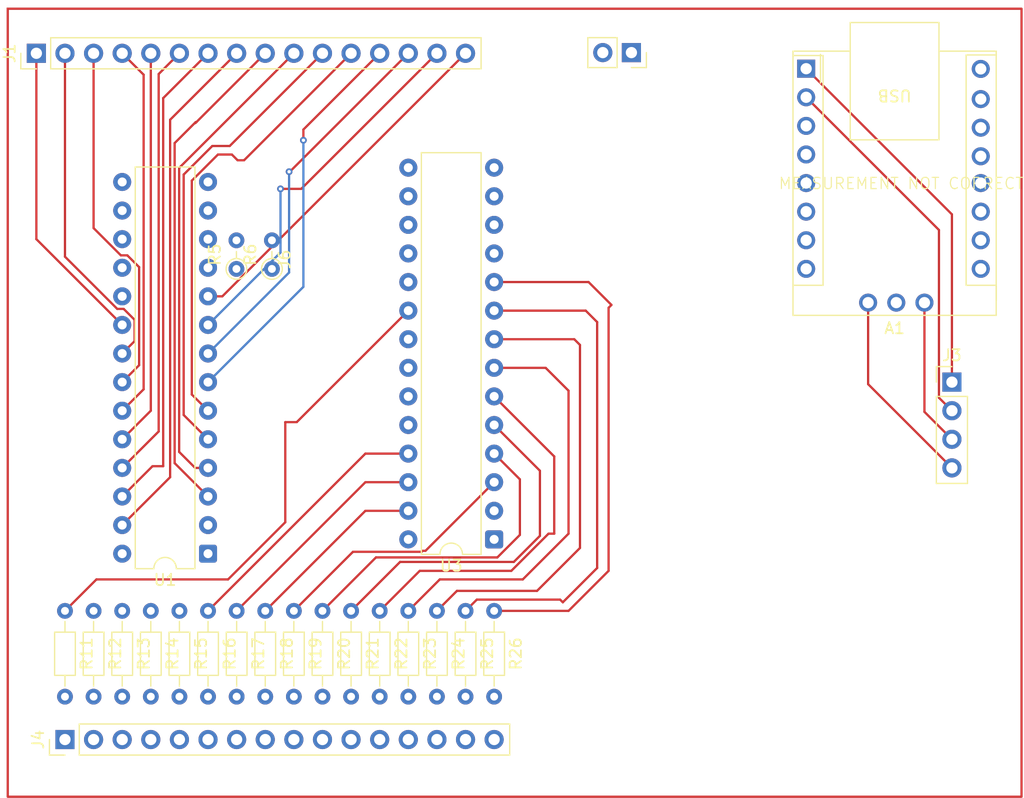
<source format=kicad_pcb>
(kicad_pcb (version 20241229) (generator "pcbnew") (generator_version "9.0")
  (layers (0 "F.Cu" signal) (2 "B.Cu" signal) (13 "F.Paste" user) (15 "B.Paste" user) (5 "F.SilkS" user "F.Silkscreen") (7 "B.SilkS" user "B.Silkscreen") (1 "F.Mask" user) (3 "B.Mask" user) (25 "Edge.Cuts" user))
  (net 0 "")
  (net 5 "/MCU_INPUT_INT")
  (net 6 "GND")
  (net 8 "/SCL")
  (net 14 "/SDA")
  (net 20 "/B7")
  (net 21 "/B12")
  (net 22 "+5V")
  (net 23 "/B14")
  (net 24 "/B11")
  (net 25 "/B0")
  (net 26 "/B15")
  (net 27 "/B8")
  (net 28 "/B1")
  (net 29 "/B9")
  (net 30 "/B2")
  (net 31 "/B5")
  (net 32 "/B4")
  (net 33 "/B6")
  (net 34 "/B3")
  (net 35 "/B13")
  (net 36 "/B10")
  (net 37 "/L10")
  (net 38 "/L5")
  (net 39 "/L15")
  (net 40 "/L2")
  (net 41 "/L0")
  (net 42 "/L6")
  (net 43 "/L9")
  (net 44 "/L8")
  (net 45 "/L14")
  (net 46 "/L12")
  (net 47 "/L3")
  (net 48 "/L4")
  (net 49 "/L7")
  (net 50 "/L13")
  (net 51 "/L11")
  (net 52 "/L1")
  (net 54 "Net-(J3-Pin_3)")
  (net 55 "Net-(J3-Pin_4)")
  (net 56 "Net-(J4-Pin_5)")
  (net 57 "Net-(J4-Pin_14)")
  (net 58 "Net-(J4-Pin_4)")
  (net 59 "Net-(J4-Pin_1)")
  (net 60 "Net-(J4-Pin_8)")
  (net 61 "Net-(J4-Pin_9)")
  (net 62 "Net-(J4-Pin_15)")
  (net 63 "Net-(J4-Pin_6)")
  (net 64 "Net-(J4-Pin_12)")
  (net 65 "Net-(J4-Pin_13)")
  (net 66 "Net-(J4-Pin_7)")
  (net 67 "Net-(J4-Pin_2)")
  (net 68 "Net-(J4-Pin_16)")
  (net 69 "Net-(J4-Pin_11)")
  (net 70 "Net-(J4-Pin_10)")
  (net 71 "Net-(J4-Pin_3)")
  (footprint "Resistor_THT:R_Axial_DIN0204_L3.6mm_D1.6mm_P7.62mm_Horizontal" (layer "F.Cu") (at 207.688 89.558 -90)
    (property "Reference" "R22" (at 3.81 -1.92 90) (layer "F.SilkS"))
    (property "Value" "R")
    (fp_line (start 0.94 0) (end 1.89 0) (stroke (width 0.12)) (layer "F.SilkS"))
    (fp_line (start 6.68 0) (end 5.73 0) (stroke (width 0.12)) (layer "F.SilkS"))
    (fp_rect (start 1.89 -0.92) (end 5.73 0.92) (stroke (width 0.12)) (fill no) (layer "F.SilkS"))
    (pad "1" thru_hole circle (at 0 0 270) (size 1.4 1.4) (drill 0.7) (layers "*.Cu" "*.Mask") (net 51 "/L11"))
    (pad "2" thru_hole circle (at 7.62 0 270) (size 1.4 1.4) (drill 0.7) (layers "*.Cu" "*.Mask") (net 64 "Net-(J4-Pin_12)"))
  )
  (footprint "Package_DIP:DIP-28_W7.62mm" (layer "F.Cu") (at 192.448 84.478 180)
    (property "Reference" "U1" (at 3.81 -2.33 0) (layer "F.SilkS"))
    (property "Value" "MCP23018x-x-SP")
    (fp_line (start 6.46 34.35) (end 6.46 -1.33) (stroke (width 0.12)) (layer "F.SilkS"))
    (fp_line (start 6.46 -1.33) (end 4.81 -1.33) (stroke (width 0.12)) (layer "F.SilkS"))
    (fp_line (start 2.81 -1.33) (end 1.16 -1.33) (stroke (width 0.12)) (layer "F.SilkS"))
    (fp_line (start 1.16 34.35) (end 6.46 34.35) (stroke (width 0.12)) (layer "F.SilkS"))
    (fp_line (start 1.16 -1.33) (end 1.16 34.35) (stroke (width 0.12)) (layer "F.SilkS"))
    (fp_arc (start 4.81 -1.33) (mid 3.81 -0.33) (end 2.81 -1.33) (stroke (width 0.12)) (layer "F.SilkS"))
    (pad "1" thru_hole roundrect (at 0 0 180) (size 1.6 1.6) (drill 0.8) (layers "*.Cu" "*.Mask") (roundrect_rratio 0.15625) (net 6 "GND"))
    (pad "2" thru_hole circle (at 0 2.54 180) (size 1.6 1.6) (drill 0.8) (layers "*.Cu" "*.Mask"))
    (pad "3" thru_hole circle (at 0 5.08 180) (size 1.6 1.6) (drill 0.8) (layers "*.Cu" "*.Mask") (net 27 "/B8"))
    (pad "4" thru_hole circle (at 0 7.62 180) (size 1.6 1.6) (drill 0.8) (layers "*.Cu" "*.Mask") (net 29 "/B9"))
    (pad "5" thru_hole circle (at 0 10.16 180) (size 1.6 1.6) (drill 0.8) (layers "*.Cu" "*.Mask") (net 36 "/B10"))
    (pad "6" thru_hole circle (at 0 12.7 180) (size 1.6 1.6) (drill 0.8) (layers "*.Cu" "*.Mask") (net 24 "/B11"))
    (pad "7" thru_hole circle (at 0 15.24 180) (size 1.6 1.6) (drill 0.8) (layers "*.Cu" "*.Mask") (net 21 "/B12"))
    (pad "8" thru_hole circle (at 0 17.78 180) (size 1.6 1.6) (drill 0.8) (layers "*.Cu" "*.Mask") (net 35 "/B13"))
    (pad "9" thru_hole circle (at 0 20.32 180) (size 1.6 1.6) (drill 0.8) (layers "*.Cu" "*.Mask") (net 23 "/B14"))
    (pad "10" thru_hole circle (at 0 22.86 180) (size 1.6 1.6) (drill 0.8) (layers "*.Cu" "*.Mask") (net 26 "/B15"))
    (pad "11" thru_hole circle (at 0 25.4 180) (size 1.6 1.6) (drill 0.8) (layers "*.Cu" "*.Mask") (net 22 "+5V"))
    (pad "12" thru_hole circle (at 0 27.94 180) (size 1.6 1.6) (drill 0.8) (layers "*.Cu" "*.Mask") (net 8 "/SCL"))
    (pad "13" thru_hole circle (at 0 30.48 180) (size 1.6 1.6) (drill 0.8) (layers "*.Cu" "*.Mask") (net 14 "/SDA"))
    (pad "14" thru_hole circle (at 0 33.02 180) (size 1.6 1.6) (drill 0.8) (layers "*.Cu" "*.Mask"))
    (pad "15" thru_hole circle (at 7.62 33.02 180) (size 1.6 1.6) (drill 0.8) (layers "*.Cu" "*.Mask") (net 6 "GND"))
    (pad "16" thru_hole circle (at 7.62 30.48 180) (size 1.6 1.6) (drill 0.8) (layers "*.Cu" "*.Mask") (net 22 "+5V"))
    (pad "17" thru_hole circle (at 7.62 27.94 180) (size 1.6 1.6) (drill 0.8) (layers "*.Cu" "*.Mask"))
    (pad "18" thru_hole circle (at 7.62 25.4 180) (size 1.6 1.6) (drill 0.8) (layers "*.Cu" "*.Mask"))
    (pad "19" thru_hole circle (at 7.62 22.86 180) (size 1.6 1.6) (drill 0.8) (layers "*.Cu" "*.Mask") (net 5 "/MCU_INPUT_INT"))
    (pad "20" thru_hole circle (at 7.62 20.32 180) (size 1.6 1.6) (drill 0.8) (layers "*.Cu" "*.Mask") (net 25 "/B0"))
    (pad "21" thru_hole circle (at 7.62 17.78 180) (size 1.6 1.6) (drill 0.8) (layers "*.Cu" "*.Mask") (net 28 "/B1"))
    (pad "22" thru_hole circle (at 7.62 15.24 180) (size 1.6 1.6) (drill 0.8) (layers "*.Cu" "*.Mask") (net 30 "/B2"))
    (pad "23" thru_hole circle (at 7.62 12.7 180) (size 1.6 1.6) (drill 0.8) (layers "*.Cu" "*.Mask") (net 34 "/B3"))
    (pad "24" thru_hole circle (at 7.62 10.16 180) (size 1.6 1.6) (drill 0.8) (layers "*.Cu" "*.Mask") (net 32 "/B4"))
    (pad "25" thru_hole circle (at 7.62 7.62 180) (size 1.6 1.6) (drill 0.8) (layers "*.Cu" "*.Mask") (net 31 "/B5"))
    (pad "26" thru_hole circle (at 7.62 5.08 180) (size 1.6 1.6) (drill 0.8) (layers "*.Cu" "*.Mask") (net 33 "/B6"))
    (pad "27" thru_hole circle (at 7.62 2.54 180) (size 1.6 1.6) (drill 0.8) (layers "*.Cu" "*.Mask") (net 20 "/B7"))
    (pad "28" thru_hole circle (at 7.62 0 180) (size 1.6 1.6) (drill 0.8) (layers "*.Cu" "*.Mask"))
  )
  (footprint "Resistor_THT:R_Axial_DIN0204_L3.6mm_D1.6mm_P2.54mm_Vertical" (layer "F.Cu") (at 194.97 59.182 90)
    (property "Reference" "R5" (at 1.27 -1.92 90) (layer "F.SilkS"))
    (property "Value" "1k5")
    (fp_line (start 0.92 0) (end 1.54 0) (stroke (width 0.12)) (layer "F.SilkS"))
    (fp_circle (center 0 0) (end 0.92 0) (stroke (width 0.12)) (fill no) (layer "F.SilkS"))
    (pad "1" thru_hole circle (at 0 0 90) (size 1.4 1.4) (drill 0.7) (layers "*.Cu" "*.Mask") (net 22 "+5V"))
    (pad "2" thru_hole circle (at 2.54 0 90) (size 1.4 1.4) (drill 0.7) (layers "*.Cu" "*.Mask") (net 8 "/SCL"))
  )
  (footprint "Resistor_THT:R_Axial_DIN0204_L3.6mm_D1.6mm_P7.62mm_Horizontal" (layer "F.Cu") (at 215.308 89.558 -90)
    (property "Reference" "R25" (at 3.81 -1.92 90) (layer "F.SilkS"))
    (property "Value" "R")
    (fp_line (start 0.94 0) (end 1.89 0) (stroke (width 0.12)) (layer "F.SilkS"))
    (fp_line (start 6.68 0) (end 5.73 0) (stroke (width 0.12)) (layer "F.SilkS"))
    (fp_rect (start 1.89 -0.92) (end 5.73 0.92) (stroke (width 0.12)) (fill no) (layer "F.SilkS"))
    (pad "1" thru_hole circle (at 0 0 270) (size 1.4 1.4) (drill 0.7) (layers "*.Cu" "*.Mask") (net 45 "/L14"))
    (pad "2" thru_hole circle (at 7.62 0 270) (size 1.4 1.4) (drill 0.7) (layers "*.Cu" "*.Mask") (net 62 "Net-(J4-Pin_15)"))
  )
  (footprint "Resistor_THT:R_Axial_DIN0204_L3.6mm_D1.6mm_P7.62mm_Horizontal" (layer "F.Cu") (at 205.148 89.558 -90)
    (property "Reference" "R21" (at 3.81 -1.92 90) (layer "F.SilkS"))
    (property "Value" "R")
    (fp_line (start 0.94 0) (end 1.89 0) (stroke (width 0.12)) (layer "F.SilkS"))
    (fp_line (start 6.68 0) (end 5.73 0) (stroke (width 0.12)) (layer "F.SilkS"))
    (fp_rect (start 1.89 -0.92) (end 5.73 0.92) (stroke (width 0.12)) (fill no) (layer "F.SilkS"))
    (pad "1" thru_hole circle (at 0 0 270) (size 1.4 1.4) (drill 0.7) (layers "*.Cu" "*.Mask") (net 37 "/L10"))
    (pad "2" thru_hole circle (at 7.62 0 270) (size 1.4 1.4) (drill 0.7) (layers "*.Cu" "*.Mask") (net 69 "Net-(J4-Pin_11)"))
  )
  (footprint "Resistor_THT:R_Axial_DIN0204_L3.6mm_D1.6mm_P7.62mm_Horizontal" (layer "F.Cu") (at 202.608 89.558 -90)
    (property "Reference" "R20" (at 3.81 -1.92 90) (layer "F.SilkS"))
    (property "Value" "R")
    (fp_line (start 0.94 0) (end 1.89 0) (stroke (width 0.12)) (layer "F.SilkS"))
    (fp_line (start 6.68 0) (end 5.73 0) (stroke (width 0.12)) (layer "F.SilkS"))
    (fp_rect (start 1.89 -0.92) (end 5.73 0.92) (stroke (width 0.12)) (fill no) (layer "F.SilkS"))
    (pad "1" thru_hole circle (at 0 0 270) (size 1.4 1.4) (drill 0.7) (layers "*.Cu" "*.Mask") (net 43 "/L9"))
    (pad "2" thru_hole circle (at 7.62 0 270) (size 1.4 1.4) (drill 0.7) (layers "*.Cu" "*.Mask") (net 70 "Net-(J4-Pin_10)"))
  )
  (footprint "Resistor_THT:R_Axial_DIN0204_L3.6mm_D1.6mm_P7.62mm_Horizontal" (layer "F.Cu") (at 194.988 89.558 -90)
    (property "Reference" "R17" (at 3.81 -1.92 90) (layer "F.SilkS"))
    (property "Value" "R")
    (fp_line (start 0.94 0) (end 1.89 0) (stroke (width 0.12)) (layer "F.SilkS"))
    (fp_line (start 6.68 0) (end 5.73 0) (stroke (width 0.12)) (layer "F.SilkS"))
    (fp_rect (start 1.89 -0.92) (end 5.73 0.92) (stroke (width 0.12)) (fill no) (layer "F.SilkS"))
    (pad "1" thru_hole circle (at 0 0 270) (size 1.4 1.4) (drill 0.7) (layers "*.Cu" "*.Mask") (net 42 "/L6"))
    (pad "2" thru_hole circle (at 7.62 0 270) (size 1.4 1.4) (drill 0.7) (layers "*.Cu" "*.Mask") (net 66 "Net-(J4-Pin_7)"))
  )
  (footprint "Module:Arduino_Nano" (layer "F.Cu") (at 245.548 37.1755)
    (property "Reference" "A1" (at 7.85 27.27 0) (layer "F.SilkS"))
    (property "Value" "Tiny2040")
    (fp_line (start -1.17 2.66) (end -1.17 26.13) (stroke (width 0.12)) (layer "F.SilkS"))
    (fp_line (start -1.17 2.66) (end 3.91 2.66) (stroke (width 0.12)) (layer "F.SilkS"))
    (fp_line (start -1.17 26.13) (end 16.87 26.13) (stroke (width 0.12)) (layer "F.SilkS"))
    (fp_line (start 1.27 5.49) (end 1.27 2.95) (stroke (width 0.12)) (layer "F.SilkS"))
    (fp_line (start 1.5 3.05) (end -1.17 3.05) (stroke (width 0.12)) (layer "F.SilkS"))
    (fp_line (start 1.5 23.46) (end -1.17 23.46) (stroke (width 0.12)) (layer "F.SilkS"))
    (fp_line (start 1.5 23.46) (end 1.5 3.05) (stroke (width 0.12)) (layer "F.SilkS"))
    (fp_line (start 3.91 0.12) (end 11.79 0.12) (stroke (width 0.12)) (layer "F.SilkS"))
    (fp_line (start 3.91 10.54) (end 3.91 0.12) (stroke (width 0.12)) (layer "F.SilkS"))
    (fp_line (start 11.79 0.12) (end 11.79 10.54) (stroke (width 0.12)) (layer "F.SilkS"))
    (fp_line (start 11.79 10.54) (end 3.91 10.54) (stroke (width 0.12)) (layer "F.SilkS"))
    (fp_line (start 14.2 3) (end 14.2 23.46) (stroke (width 0.12)) (layer "F.SilkS"))
    (fp_line (start 14.2 3) (end 16.87 3) (stroke (width 0.12)) (layer "F.SilkS"))
    (fp_line (start 14.2 23.46) (end 16.87 23.46) (stroke (width 0.12)) (layer "F.SilkS"))
    (fp_line (start 16.87 2.66) (end 11.79 2.66) (stroke (width 0.12)) (layer "F.SilkS"))
    (fp_line (start 16.87 24.795) (end 16.87 2.66) (stroke (width 0.12)) (layer "F.SilkS"))
    (fp_line (start 16.87 26.13) (end 16.87 23.46) (stroke (width 0.12)) (layer "F.SilkS"))
    (fp_text user "USB" (at 7.85 6.6 180) (layer "F.SilkS"))
    (fp_text user "MEASUREMENT NOT CORRECT" (at -2.5 15 0) (layer "F.SilkS") (effects (font (thickness 0.1)) (justify left bottom)))
    (pad "1" thru_hole rect (at 0 4.22) (size 1.6 1.6) (drill 1) (layers "*.Cu" "*.Mask") (net 22 "+5V"))
    (pad "2" thru_hole oval (at 0 6.76) (size 1.6 1.6) (drill 1) (layers "*.Cu" "*.Mask") (net 6 "GND"))
    (pad "3" thru_hole oval (at 0 9.3) (size 1.6 1.6) (drill 1) (layers "*.Cu" "*.Mask"))
    (pad "4" thru_hole oval (at 0 11.84) (size 1.6 1.6) (drill 1) (layers "*.Cu" "*.Mask"))
    (pad "5" thru_hole oval (at 0 14.38) (size 1.6 1.6) (drill 1) (layers "*.Cu" "*.Mask"))
    (pad "6" thru_hole oval (at 0 16.92) (size 1.6 1.6) (drill 1) (layers "*.Cu" "*.Mask"))
    (pad "7" thru_hole oval (at 0 19.46) (size 1.6 1.6) (drill 1) (layers "*.Cu" "*.Mask"))
    (pad "8" thru_hole oval (at 0 22) (size 1.6 1.6) (drill 1) (layers "*.Cu" "*.Mask"))
    (pad "9" thru_hole oval (at 15.5 22 180) (size 1.6 1.6) (drill 1) (layers "*.Cu" "*.Mask"))
    (pad "10" thru_hole oval (at 15.5 19.46 180) (size 1.6 1.6) (drill 1) (layers "*.Cu" "*.Mask") (net 5 "/MCU_INPUT_INT"))
    (pad "11" thru_hole oval (at 15.5 16.92 180) (size 1.6 1.6) (drill 1) (layers "*.Cu" "*.Mask") (net 8 "/SCL"))
    (pad "12" thru_hole oval (at 15.5 14.38 180) (size 1.6 1.6) (drill 1) (layers "*.Cu" "*.Mask") (net 14 "/SDA"))
    (pad "13" thru_hole oval (at 15.5 12 180) (size 1.6 1.6) (drill 1) (layers "*.Cu" "*.Mask"))
    (pad "14" thru_hole oval (at 15.5 9.46 180) (size 1.6 1.6) (drill 1) (layers "*.Cu" "*.Mask"))
    (pad "15" thru_hole oval (at 15.5 6.92 180) (size 1.6 1.6) (drill 1) (layers "*.Cu" "*.Mask"))
    (pad "16" thru_hole oval (at 15.5 4.24) (size 1.6 1.6) (drill 1) (layers "*.Cu" "*.Mask"))
    (pad "GND" thru_hole oval (at 8 25) (size 1.6 1.6) (drill 1) (layers "*.Cu" "*.Mask"))
    (pad "SWC" thru_hole oval (at 5.5 25) (size 1.6 1.6) (drill 1) (layers "*.Cu" "*.Mask") (net 55 "Net-(J3-Pin_4)"))
    (pad "SWD" thru_hole oval (at 10.5 25) (size 1.6 1.6) (drill 1) (layers "*.Cu" "*.Mask") (net 54 "Net-(J3-Pin_3)"))
  )
  (footprint "Resistor_THT:R_Axial_DIN0204_L3.6mm_D1.6mm_P7.62mm_Horizontal" (layer "F.Cu") (at 189.908 89.558 -90)
    (property "Reference" "R15" (at 3.81 -1.92 90) (layer "F.SilkS"))
    (property "Value" "R")
    (fp_line (start 0.94 0) (end 1.89 0) (stroke (width 0.12)) (layer "F.SilkS"))
    (fp_line (start 6.68 0) (end 5.73 0) (stroke (width 0.12)) (layer "F.SilkS"))
    (fp_rect (start 1.89 -0.92) (end 5.73 0.92) (stroke (width 0.12)) (fill no) (layer "F.SilkS"))
    (pad "1" thru_hole circle (at 0 0 270) (size 1.4 1.4) (drill 0.7) (layers "*.Cu" "*.Mask") (net 48 "/L4"))
    (pad "2" thru_hole circle (at 7.62 0 270) (size 1.4 1.4) (drill 0.7) (layers "*.Cu" "*.Mask") (net 56 "Net-(J4-Pin_5)"))
  )
  (footprint "Resistor_THT:R_Axial_DIN0204_L3.6mm_D1.6mm_P7.62mm_Horizontal" (layer "F.Cu") (at 182.288 89.558 -90)
    (property "Reference" "R12" (at 3.81 -1.92 90) (layer "F.SilkS"))
    (property "Value" "R")
    (fp_line (start 0.94 0) (end 1.89 0) (stroke (width 0.12)) (layer "F.SilkS"))
    (fp_line (start 6.68 0) (end 5.73 0) (stroke (width 0.12)) (layer "F.SilkS"))
    (fp_rect (start 1.89 -0.92) (end 5.73 0.92) (stroke (width 0.12)) (fill no) (layer "F.SilkS"))
    (pad "1" thru_hole circle (at 0 0 270) (size 1.4 1.4) (drill 0.7) (layers "*.Cu" "*.Mask") (net 52 "/L1"))
    (pad "2" thru_hole circle (at 7.62 0 270) (size 1.4 1.4) (drill 0.7) (layers "*.Cu" "*.Mask") (net 67 "Net-(J4-Pin_2)"))
  )
  (footprint "Resistor_THT:R_Axial_DIN0204_L3.6mm_D1.6mm_P2.54mm_Vertical" (layer "F.Cu") (at 198.12 59.182 90)
    (property "Reference" "R6" (at 1.27 -1.92 90) (layer "F.SilkS"))
    (property "Value" "1k5")
    (fp_line (start 0.92 0) (end 1.54 0) (stroke (width 0.12)) (layer "F.SilkS"))
    (fp_circle (center 0 0) (end 0.92 0) (stroke (width 0.12)) (fill no) (layer "F.SilkS"))
    (pad "1" thru_hole circle (at 0 0 90) (size 1.4 1.4) (drill 0.7) (layers "*.Cu" "*.Mask") (net 22 "+5V"))
    (pad "2" thru_hole circle (at 2.54 0 90) (size 1.4 1.4) (drill 0.7) (layers "*.Cu" "*.Mask") (net 14 "/SDA"))
  )
  (footprint "Connector_PinSocket_2.54mm:PinSocket_1x02_P2.54mm_Vertical" (layer "F.Cu") (at 230.034 39.966 -90)
    (property "Reference" "J6" (at 18.366 30.784 270) (layer "F.SilkS"))
    (property "Value" "Conn_01x02")
    (fp_line (start -1.33 3.87) (end 1.33 3.87) (stroke (width 0.12)) (layer "F.SilkS"))
    (fp_line (start -1.33 1.27) (end -1.33 3.87) (stroke (width 0.12)) (layer "F.SilkS"))
    (fp_line (start -1.33 1.27) (end 1.33 1.27) (stroke (width 0.12)) (layer "F.SilkS"))
    (fp_line (start 1.33 1.27) (end 1.33 3.87) (stroke (width 0.12)) (layer "F.SilkS"))
    (fp_line (start 0 -1.33) (end 1.33 -1.33) (stroke (width 0.12)) (layer "F.SilkS"))
    (fp_line (start 1.33 -1.33) (end 1.33 0) (stroke (width 0.12)) (layer "F.SilkS"))
    (pad "1" thru_hole rect (at 0 0 270) (size 1.7 1.7) (drill 1) (layers "*.Cu" "*.Mask") (net 22 "+5V"))
    (pad "2" thru_hole circle (at 0 2.54 270) (size 1.7 1.7) (drill 1) (layers "*.Cu" "*.Mask") (net 6 "GND"))
  )
  (footprint "Resistor_THT:R_Axial_DIN0204_L3.6mm_D1.6mm_P7.62mm_Horizontal" (layer "F.Cu") (at 210.228 89.558 -90)
    (property "Reference" "R23" (at 3.81 -1.92 90) (layer "F.SilkS"))
    (property "Value" "R")
    (fp_line (start 0.94 0) (end 1.89 0) (stroke (width 0.12)) (layer "F.SilkS"))
    (fp_line (start 6.68 0) (end 5.73 0) (stroke (width 0.12)) (layer "F.SilkS"))
    (fp_rect (start 1.89 -0.92) (end 5.73 0.92) (stroke (width 0.12)) (fill no) (layer "F.SilkS"))
    (pad "1" thru_hole circle (at 0 0 270) (size 1.4 1.4) (drill 0.7) (layers "*.Cu" "*.Mask") (net 46 "/L12"))
    (pad "2" thru_hole circle (at 7.62 0 270) (size 1.4 1.4) (drill 0.7) (layers "*.Cu" "*.Mask") (net 65 "Net-(J4-Pin_13)"))
  )
  (footprint "Resistor_THT:R_Axial_DIN0204_L3.6mm_D1.6mm_P7.62mm_Horizontal" (layer "F.Cu") (at 187.368 89.558 -90)
    (property "Reference" "R14" (at 3.81 -1.92 90) (layer "F.SilkS"))
    (property "Value" "R")
    (fp_line (start 0.94 0) (end 1.89 0) (stroke (width 0.12)) (layer "F.SilkS"))
    (fp_line (start 6.68 0) (end 5.73 0) (stroke (width 0.12)) (layer "F.SilkS"))
    (fp_rect (start 1.89 -0.92) (end 5.73 0.92) (stroke (width 0.12)) (fill no) (layer "F.SilkS"))
    (pad "1" thru_hole circle (at 0 0 270) (size 1.4 1.4) (drill 0.7) (layers "*.Cu" "*.Mask") (net 47 "/L3"))
    (pad "2" thru_hole circle (at 7.62 0 270) (size 1.4 1.4) (drill 0.7) (layers "*.Cu" "*.Mask") (net 58 "Net-(J4-Pin_4)"))
  )
  (footprint "Resistor_THT:R_Axial_DIN0204_L3.6mm_D1.6mm_P7.62mm_Horizontal" (layer "F.Cu") (at 197.528 89.558 -90)
    (property "Reference" "R18" (at 3.81 -1.92 90) (layer "F.SilkS"))
    (property "Value" "R")
    (fp_line (start 0.94 0) (end 1.89 0) (stroke (width 0.12)) (layer "F.SilkS"))
    (fp_line (start 6.68 0) (end 5.73 0) (stroke (width 0.12)) (layer "F.SilkS"))
    (fp_rect (start 1.89 -0.92) (end 5.73 0.92) (stroke (width 0.12)) (fill no) (layer "F.SilkS"))
    (pad "1" thru_hole circle (at 0 0 270) (size 1.4 1.4) (drill 0.7) (layers "*.Cu" "*.Mask") (net 49 "/L7"))
    (pad "2" thru_hole circle (at 7.62 0 270) (size 1.4 1.4) (drill 0.7) (layers "*.Cu" "*.Mask") (net 60 "Net-(J4-Pin_8)"))
  )
  (footprint "Connector_PinHeader_2.54mm:PinHeader_1x16_P2.54mm_Vertical" (layer "F.Cu") (at 177.208 40.028 90)
    (property "Reference" "J1" (at 0 -2.38 90) (layer "F.SilkS"))
    (property "Value" "button")
    (fp_line (start -1.38 -1.38) (end 0 -1.38) (stroke (width 0.12)) (layer "F.SilkS"))
    (fp_line (start -1.38 0) (end -1.38 -1.38) (stroke (width 0.12)) (layer "F.SilkS"))
    (fp_line (start 1.38 1.27) (end 1.38 39.48) (stroke (width 0.12)) (layer "F.SilkS"))
    (fp_line (start -1.38 1.27) (end 1.38 1.27) (stroke (width 0.12)) (layer "F.SilkS"))
    (fp_line (start -1.38 1.27) (end -1.38 39.48) (stroke (width 0.12)) (layer "F.SilkS"))
    (fp_line (start -1.38 39.48) (end 1.38 39.48) (stroke (width 0.12)) (layer "F.SilkS"))
    (pad "1" thru_hole rect (at 0 0 90) (size 1.7 1.7) (drill 1) (layers "*.Cu" "*.Mask") (net 25 "/B0"))
    (pad "2" thru_hole circle (at 0 2.54 90) (size 1.7 1.7) (drill 1) (layers "*.Cu" "*.Mask") (net 28 "/B1"))
    (pad "3" thru_hole circle (at 0 5.08 90) (size 1.7 1.7) (drill 1) (layers "*.Cu" "*.Mask") (net 30 "/B2"))
    (pad "4" thru_hole circle (at 0 7.62 90) (size 1.7 1.7) (drill 1) (layers "*.Cu" "*.Mask") (net 34 "/B3"))
    (pad "5" thru_hole circle (at 0 10.16 90) (size 1.7 1.7) (drill 1) (layers "*.Cu" "*.Mask") (net 32 "/B4"))
    (pad "6" thru_hole circle (at 0 12.7 90) (size 1.7 1.7) (drill 1) (layers "*.Cu" "*.Mask") (net 31 "/B5"))
    (pad "7" thru_hole circle (at 0 15.24 90) (size 1.7 1.7) (drill 1) (layers "*.Cu" "*.Mask") (net 33 "/B6"))
    (pad "8" thru_hole circle (at 0 17.78 90) (size 1.7 1.7) (drill 1) (layers "*.Cu" "*.Mask") (net 20 "/B7"))
    (pad "9" thru_hole circle (at 0 20.32 90) (size 1.7 1.7) (drill 1) (layers "*.Cu" "*.Mask") (net 27 "/B8"))
    (pad "10" thru_hole circle (at 0 22.86 90) (size 1.7 1.7) (drill 1) (layers "*.Cu" "*.Mask") (net 29 "/B9"))
    (pad "11" thru_hole circle (at 0 25.4 90) (size 1.7 1.7) (drill 1) (layers "*.Cu" "*.Mask") (net 36 "/B10"))
    (pad "12" thru_hole circle (at 0 27.94 90) (size 1.7 1.7) (drill 1) (layers "*.Cu" "*.Mask") (net 24 "/B11"))
    (pad "13" thru_hole circle (at 0 30.48 90) (size 1.7 1.7) (drill 1) (layers "*.Cu" "*.Mask") (net 21 "/B12"))
    (pad "14" thru_hole circle (at 0 33.02 90) (size 1.7 1.7) (drill 1) (layers "*.Cu" "*.Mask") (net 35 "/B13"))
    (pad "15" thru_hole circle (at 0 35.56 90) (size 1.7 1.7) (drill 1) (layers "*.Cu" "*.Mask") (net 23 "/B14"))
    (pad "16" thru_hole circle (at 0 38.1 90) (size 1.7 1.7) (drill 1) (layers "*.Cu" "*.Mask") (net 26 "/B15"))
  )
  (footprint "Resistor_THT:R_Axial_DIN0204_L3.6mm_D1.6mm_P7.62mm_Horizontal" (layer "F.Cu") (at 184.828 89.558 -90)
    (property "Reference" "R13" (at 3.81 -1.92 90) (layer "F.SilkS"))
    (property "Value" "R")
    (fp_line (start 0.94 0) (end 1.89 0) (stroke (width 0.12)) (layer "F.SilkS"))
    (fp_line (start 6.68 0) (end 5.73 0) (stroke (width 0.12)) (layer "F.SilkS"))
    (fp_rect (start 1.89 -0.92) (end 5.73 0.92) (stroke (width 0.12)) (fill no) (layer "F.SilkS"))
    (pad "1" thru_hole circle (at 0 0 270) (size 1.4 1.4) (drill 0.7) (layers "*.Cu" "*.Mask") (net 40 "/L2"))
    (pad "2" thru_hole circle (at 7.62 0 270) (size 1.4 1.4) (drill 0.7) (layers "*.Cu" "*.Mask") (net 71 "Net-(J4-Pin_3)"))
  )
  (footprint "Connector_PinHeader_2.54mm:PinHeader_1x04_P2.54mm_Vertical" (layer "F.Cu") (at 258.488 69.238)
    (property "Reference" "J3" (at 0 -2.38 0) (layer "F.SilkS"))
    (property "Value" "swd debug")
    (fp_line (start -1.38 -1.38) (end 0 -1.38) (stroke (width 0.12)) (layer "F.SilkS"))
    (fp_line (start -1.38 0) (end -1.38 -1.38) (stroke (width 0.12)) (layer "F.SilkS"))
    (fp_line (start -1.38 1.27) (end -1.38 9) (stroke (width 0.12)) (layer "F.SilkS"))
    (fp_line (start -1.38 1.27) (end 1.38 1.27) (stroke (width 0.12)) (layer "F.SilkS"))
    (fp_line (start -1.38 9) (end 1.38 9) (stroke (width 0.12)) (layer "F.SilkS"))
    (fp_line (start 1.38 1.27) (end 1.38 9) (stroke (width 0.12)) (layer "F.SilkS"))
    (pad "1" thru_hole rect (at 0 0) (size 1.7 1.7) (drill 1) (layers "*.Cu" "*.Mask") (net 22 "+5V"))
    (pad "2" thru_hole circle (at 0 2.54) (size 1.7 1.7) (drill 1) (layers "*.Cu" "*.Mask") (net 6 "GND"))
    (pad "3" thru_hole circle (at 0 5.08) (size 1.7 1.7) (drill 1) (layers "*.Cu" "*.Mask") (net 54 "Net-(J3-Pin_3)"))
    (pad "4" thru_hole circle (at 0 7.62) (size 1.7 1.7) (drill 1) (layers "*.Cu" "*.Mask") (net 55 "Net-(J3-Pin_4)"))
  )
  (footprint "Package_DIP:DIP-28_W7.62mm" (layer "F.Cu") (at 217.848 83.208 180)
    (property "Reference" "U3" (at 3.81 -2.33 0) (layer "F.SilkS"))
    (property "Value" "MCP23018x-x-SP")
    (fp_line (start 6.46 34.35) (end 6.46 -1.33) (stroke (width 0.12)) (layer "F.SilkS"))
    (fp_line (start 6.46 -1.33) (end 4.81 -1.33) (stroke (width 0.12)) (layer "F.SilkS"))
    (fp_line (start 2.81 -1.33) (end 1.16 -1.33) (stroke (width 0.12)) (layer "F.SilkS"))
    (fp_line (start 1.16 34.35) (end 6.46 34.35) (stroke (width 0.12)) (layer "F.SilkS"))
    (fp_line (start 1.16 -1.33) (end 1.16 34.35) (stroke (width 0.12)) (layer "F.SilkS"))
    (fp_arc (start 4.81 -1.33) (mid 3.81 -0.33) (end 2.81 -1.33) (stroke (width 0.12)) (layer "F.SilkS"))
    (pad "1" thru_hole roundrect (at 0 0 180) (size 1.6 1.6) (drill 0.8) (layers "*.Cu" "*.Mask") (roundrect_rratio 0.15625) (net 6 "GND"))
    (pad "2" thru_hole circle (at 0 2.54 180) (size 1.6 1.6) (drill 0.8) (layers "*.Cu" "*.Mask"))
    (pad "3" thru_hole circle (at 0 5.08 180) (size 1.6 1.6) (drill 0.8) (layers "*.Cu" "*.Mask") (net 44 "/L8"))
    (pad "4" thru_hole circle (at 0 7.62 180) (size 1.6 1.6) (drill 0.8) (layers "*.Cu" "*.Mask") (net 43 "/L9"))
    (pad "5" thru_hole circle (at 0 10.16 180) (size 1.6 1.6) (drill 0.8) (layers "*.Cu" "*.Mask") (net 37 "/L10"))
    (pad "6" thru_hole circle (at 0 12.7 180) (size 1.6 1.6) (drill 0.8) (layers "*.Cu" "*.Mask") (net 51 "/L11"))
    (pad "7" thru_hole circle (at 0 15.24 180) (size 1.6 1.6) (drill 0.8) (layers "*.Cu" "*.Mask") (net 46 "/L12"))
    (pad "8" thru_hole circle (at 0 17.78 180) (size 1.6 1.6) (drill 0.8) (layers "*.Cu" "*.Mask") (net 50 "/L13"))
    (pad "9" thru_hole circle (at 0 20.32 180) (size 1.6 1.6) (drill 0.8) (layers "*.Cu" "*.Mask") (net 45 "/L14"))
    (pad "10" thru_hole circle (at 0 22.86 180) (size 1.6 1.6) (drill 0.8) (layers "*.Cu" "*.Mask") (net 39 "/L15"))
    (pad "11" thru_hole circle (at 0 25.4 180) (size 1.6 1.6) (drill 0.8) (layers "*.Cu" "*.Mask") (net 22 "+5V"))
    (pad "12" thru_hole circle (at 0 27.94 180) (size 1.6 1.6) (drill 0.8) (layers "*.Cu" "*.Mask") (net 8 "/SCL"))
    (pad "13" thru_hole circle (at 0 30.48 180) (size 1.6 1.6) (drill 0.8) (layers "*.Cu" "*.Mask") (net 14 "/SDA"))
    (pad "14" thru_hole circle (at 0 33.02 180) (size 1.6 1.6) (drill 0.8) (layers "*.Cu" "*.Mask"))
    (pad "15" thru_hole circle (at 7.62 33.02 180) (size 1.6 1.6) (drill 0.8) (layers "*.Cu" "*.Mask") (net 22 "+5V"))
    (pad "16" thru_hole circle (at 7.62 30.48 180) (size 1.6 1.6) (drill 0.8) (layers "*.Cu" "*.Mask") (net 22 "+5V"))
    (pad "17" thru_hole circle (at 7.62 27.94 180) (size 1.6 1.6) (drill 0.8) (layers "*.Cu" "*.Mask"))
    (pad "18" thru_hole circle (at 7.62 25.4 180) (size 1.6 1.6) (drill 0.8) (layers "*.Cu" "*.Mask"))
    (pad "19" thru_hole circle (at 7.62 22.86 180) (size 1.6 1.6) (drill 0.8) (layers "*.Cu" "*.Mask"))
    (pad "20" thru_hole circle (at 7.62 20.32 180) (size 1.6 1.6) (drill 0.8) (layers "*.Cu" "*.Mask") (net 41 "/L0"))
    (pad "21" thru_hole circle (at 7.62 17.78 180) (size 1.6 1.6) (drill 0.8) (layers "*.Cu" "*.Mask") (net 52 "/L1"))
    (pad "22" thru_hole circle (at 7.62 15.24 180) (size 1.6 1.6) (drill 0.8) (layers "*.Cu" "*.Mask") (net 40 "/L2"))
    (pad "23" thru_hole circle (at 7.62 12.7 180) (size 1.6 1.6) (drill 0.8) (layers "*.Cu" "*.Mask") (net 47 "/L3"))
    (pad "24" thru_hole circle (at 7.62 10.16 180) (size 1.6 1.6) (drill 0.8) (layers "*.Cu" "*.Mask") (net 48 "/L4"))
    (pad "25" thru_hole circle (at 7.62 7.62 180) (size 1.6 1.6) (drill 0.8) (layers "*.Cu" "*.Mask") (net 38 "/L5"))
    (pad "26" thru_hole circle (at 7.62 5.08 180) (size 1.6 1.6) (drill 0.8) (layers "*.Cu" "*.Mask") (net 42 "/L6"))
    (pad "27" thru_hole circle (at 7.62 2.54 180) (size 1.6 1.6) (drill 0.8) (layers "*.Cu" "*.Mask") (net 49 "/L7"))
    (pad "28" thru_hole circle (at 7.62 0 180) (size 1.6 1.6) (drill 0.8) (layers "*.Cu" "*.Mask"))
  )
  (footprint "Connector_PinHeader_2.54mm:PinHeader_1x16_P2.54mm_Vertical" (layer "F.Cu") (at 179.748 100.988 90)
    (property "Reference" "J4" (at 0 -2.38 90) (layer "F.SilkS"))
    (property "Value" "led")
    (fp_line (start -1.38 -1.38) (end 0 -1.38) (stroke (width 0.12)) (layer "F.SilkS"))
    (fp_line (start -1.38 0) (end -1.38 -1.38) (stroke (width 0.12)) (layer "F.SilkS"))
    (fp_line (start 1.38 1.27) (end 1.38 39.48) (stroke (width 0.12)) (layer "F.SilkS"))
    (fp_line (start -1.38 1.27) (end 1.38 1.27) (stroke (width 0.12)) (layer "F.SilkS"))
    (fp_line (start -1.38 1.27) (end -1.38 39.48) (stroke (width 0.12)) (layer "F.SilkS"))
    (fp_line (start -1.38 39.48) (end 1.38 39.48) (stroke (width 0.12)) (layer "F.SilkS"))
    (pad "1" thru_hole rect (at 0 0 90) (size 1.7 1.7) (drill 1) (layers "*.Cu" "*.Mask") (net 59 "Net-(J4-Pin_1)"))
    (pad "2" thru_hole circle (at 0 2.54 90) (size 1.7 1.7) (drill 1) (layers "*.Cu" "*.Mask") (net 67 "Net-(J4-Pin_2)"))
    (pad "3" thru_hole circle (at 0 5.08 90) (size 1.7 1.7) (drill 1) (layers "*.Cu" "*.Mask") (net 71 "Net-(J4-Pin_3)"))
    (pad "4" thru_hole circle (at 0 7.62 90) (size 1.7 1.7) (drill 1) (layers "*.Cu" "*.Mask") (net 58 "Net-(J4-Pin_4)"))
    (pad "5" thru_hole circle (at 0 10.16 90) (size 1.7 1.7) (drill 1) (layers "*.Cu" "*.Mask") (net 56 "Net-(J4-Pin_5)"))
    (pad "6" thru_hole circle (at 0 12.7 90) (size 1.7 1.7) (drill 1) (layers "*.Cu" "*.Mask") (net 63 "Net-(J4-Pin_6)"))
    (pad "7" thru_hole circle (at 0 15.24 90) (size 1.7 1.7) (drill 1) (layers "*.Cu" "*.Mask") (net 66 "Net-(J4-Pin_7)"))
    (pad "8" thru_hole circle (at 0 17.78 90) (size 1.7 1.7) (drill 1) (layers "*.Cu" "*.Mask") (net 60 "Net-(J4-Pin_8)"))
    (pad "9" thru_hole circle (at 0 20.32 90) (size 1.7 1.7) (drill 1) (layers "*.Cu" "*.Mask") (net 61 "Net-(J4-Pin_9)"))
    (pad "10" thru_hole circle (at 0 22.86 90) (size 1.7 1.7) (drill 1) (layers "*.Cu" "*.Mask") (net 70 "Net-(J4-Pin_10)"))
    (pad "11" thru_hole circle (at 0 25.4 90) (size 1.7 1.7) (drill 1) (layers "*.Cu" "*.Mask") (net 69 "Net-(J4-Pin_11)"))
    (pad "12" thru_hole circle (at 0 27.94 90) (size 1.7 1.7) (drill 1) (layers "*.Cu" "*.Mask") (net 64 "Net-(J4-Pin_12)"))
    (pad "13" thru_hole circle (at 0 30.48 90) (size 1.7 1.7) (drill 1) (layers "*.Cu" "*.Mask") (net 65 "Net-(J4-Pin_13)"))
    (pad "14" thru_hole circle (at 0 33.02 90) (size 1.7 1.7) (drill 1) (layers "*.Cu" "*.Mask") (net 57 "Net-(J4-Pin_14)"))
    (pad "15" thru_hole circle (at 0 35.56 90) (size 1.7 1.7) (drill 1) (layers "*.Cu" "*.Mask") (net 62 "Net-(J4-Pin_15)"))
    (pad "16" thru_hole circle (at 0 38.1 90) (size 1.7 1.7) (drill 1) (layers "*.Cu" "*.Mask") (net 68 "Net-(J4-Pin_16)"))
  )
  (footprint "Resistor_THT:R_Axial_DIN0204_L3.6mm_D1.6mm_P7.62mm_Horizontal" (layer "F.Cu") (at 179.748 89.558 -90)
    (property "Reference" "R11" (at 3.81 -1.92 90) (layer "F.SilkS"))
    (property "Value" "R")
    (fp_line (start 0.94 0) (end 1.89 0) (stroke (width 0.12)) (layer "F.SilkS"))
    (fp_line (start 6.68 0) (end 5.73 0) (stroke (width 0.12)) (layer "F.SilkS"))
    (fp_rect (start 1.89 -0.92) (end 5.73 0.92) (stroke (width 0.12)) (fill no) (layer "F.SilkS"))
    (pad "1" thru_hole circle (at 0 0 270) (size 1.4 1.4) (drill 0.7) (layers "*.Cu" "*.Mask") (net 41 "/L0"))
    (pad "2" thru_hole circle (at 7.62 0 270) (size 1.4 1.4) (drill 0.7) (layers "*.Cu" "*.Mask") (net 59 "Net-(J4-Pin_1)"))
  )
  (footprint "Resistor_THT:R_Axial_DIN0204_L3.6mm_D1.6mm_P7.62mm_Horizontal" (layer "F.Cu") (at 212.768 89.558 -90)
    (property "Reference" "R24" (at 3.81 -1.92 90) (layer "F.SilkS"))
    (property "Value" "R")
    (fp_line (start 0.94 0) (end 1.89 0) (stroke (width 0.12)) (layer "F.SilkS"))
    (fp_line (start 6.68 0) (end 5.73 0) (stroke (width 0.12)) (layer "F.SilkS"))
    (fp_rect (start 1.89 -0.92) (end 5.73 0.92) (stroke (width 0.12)) (fill no) (layer "F.SilkS"))
    (pad "1" thru_hole circle (at 0 0 270) (size 1.4 1.4) (drill 0.7) (layers "*.Cu" "*.Mask") (net 50 "/L13"))
    (pad "2" thru_hole circle (at 7.62 0 270) (size 1.4 1.4) (drill 0.7) (layers "*.Cu" "*.Mask") (net 57 "Net-(J4-Pin_14)"))
  )
  (footprint "Resistor_THT:R_Axial_DIN0204_L3.6mm_D1.6mm_P7.62mm_Horizontal" (layer "F.Cu") (at 200.068 89.558 -90)
    (property "Reference" "R19" (at 3.81 -1.92 90) (layer "F.SilkS"))
    (property "Value" "R")
    (fp_line (start 0.94 0) (end 1.89 0) (stroke (width 0.12)) (layer "F.SilkS"))
    (fp_line (start 6.68 0) (end 5.73 0) (stroke (width 0.12)) (layer "F.SilkS"))
    (fp_rect (start 1.89 -0.92) (end 5.73 0.92) (stroke (width 0.12)) (fill no) (layer "F.SilkS"))
    (pad "1" thru_hole circle (at 0 0 270) (size 1.4 1.4) (drill 0.7) (layers "*.Cu" "*.Mask") (net 44 "/L8"))
    (pad "2" thru_hole circle (at 7.62 0 270) (size 1.4 1.4) (drill 0.7) (layers "*.Cu" "*.Mask") (net 61 "Net-(J4-Pin_9)"))
  )
  (footprint "Resistor_THT:R_Axial_DIN0204_L3.6mm_D1.6mm_P7.62mm_Horizontal" (layer "F.Cu") (at 217.848 89.558 -90)
    (property "Reference" "R26" (at 3.81 -1.92 90) (layer "F.SilkS"))
    (property "Value" "R")
    (fp_line (start 0.94 0) (end 1.89 0) (stroke (width 0.12)) (layer "F.SilkS"))
    (fp_line (start 6.68 0) (end 5.73 0) (stroke (width 0.12)) (layer "F.SilkS"))
    (fp_rect (start 1.89 -0.92) (end 5.73 0.92) (stroke (width 0.12)) (fill no) (layer "F.SilkS"))
    (pad "1" thru_hole circle (at 0 0 270) (size 1.4 1.4) (drill 0.7) (layers "*.Cu" "*.Mask") (net 39 "/L15"))
    (pad "2" thru_hole circle (at 7.62 0 270) (size 1.4 1.4) (drill 0.7) (layers "*.Cu" "*.Mask") (net 68 "Net-(J4-Pin_16)"))
  )
  (footprint "Resistor_THT:R_Axial_DIN0204_L3.6mm_D1.6mm_P7.62mm_Horizontal" (layer "F.Cu") (at 192.448 89.558 -90)
    (property "Reference" "R16" (at 3.81 -1.92 90) (layer "F.SilkS"))
    (property "Value" "R")
    (fp_line (start 0.94 0) (end 1.89 0) (stroke (width 0.12)) (layer "F.SilkS"))
    (fp_line (start 6.68 0) (end 5.73 0) (stroke (width 0.12)) (layer "F.SilkS"))
    (fp_rect (start 1.89 -0.92) (end 5.73 0.92) (stroke (width 0.12)) (fill no) (layer "F.SilkS"))
    (pad "1" thru_hole circle (at 0 0 270) (size 1.4 1.4) (drill 0.7) (layers "*.Cu" "*.Mask") (net 38 "/L5"))
    (pad "2" thru_hole circle (at 7.62 0 270) (size 1.4 1.4) (drill 0.7) (layers "*.Cu" "*.Mask") (net 63 "Net-(J4-Pin_6)"))
  )
  (gr_rect (start 174.668 36.068) (end 264.668 106.068) (stroke (width 0.2)) (fill no) (layer "F.Cu") (net 64))
  (segment (start 257.337 55.7245) (end 245.548 43.9355) (width 0.2) (layer "F.Cu") (net 6))
  (segment (start 258.488 71.778) (end 257.337 70.627) (width 0.2) (layer "F.Cu") (net 6))
  (segment (start 257.337 70.627) (end 257.337 55.7245) (width 0.2) (layer "F.Cu") (net 6))
  (segment (start 189.083 77.683) (end 189.083 45.933) (width 0.2) (layer "F.Cu") (net 20))
  (segment (start 189.083 45.933) (end 194.988 40.028) (width 0.2) (layer "F.Cu") (net 20))
  (segment (start 184.828 81.938) (end 189.083 77.683) (width 0.2) (layer "F.Cu") (net 20))
  (segment (start 207.688 40.028) (end 200.914 46.802) (width 0.2) (layer "F.Cu") (net 21))
  (segment (start 200.914 46.802) (end 200.914 47.752) (width 0.2) (layer "F.Cu") (net 21))
  (via (at 200.914 47.752) (size 0.6) (drill 0.3) (layers "F.Cu" "B.Cu") (net 21))
  (segment (start 200.914 47.752) (end 200.914 60.772) (width 0.2) (layer "B.Cu") (net 21))
  (segment (start 200.914 60.772) (end 192.448 69.238) (width 0.2) (layer "B.Cu") (net 21))
  (segment (start 217.848 57.808) (end 218.102 57.808) (width 0.2) (layer "F.Cu") (net 22))
  (segment (start 245.548 41.3955) (end 258.488 54.3355) (width 0.2) (layer "F.Cu") (net 22))
  (segment (start 258.488 54.3355) (end 258.488 69.238) (width 0.2) (layer "F.Cu") (net 22))
  (segment (start 198.882 52.07) (end 200.726 52.07) (width 0.2) (layer "F.Cu") (net 23))
  (segment (start 200.726 52.07) (end 212.768 40.028) (width 0.2) (layer "F.Cu") (net 23))
  (via (at 198.882 52.07) (size 0.6) (drill 0.3) (layers "F.Cu" "B.Cu") (net 23))
  (segment (start 198.882 57.724) (end 198.882 52.07) (width 0.2) (layer "B.Cu") (net 23))
  (segment (start 192.448 64.158) (end 198.882 57.724) (width 0.2) (layer "B.Cu") (net 23))
  (segment (start 193.32695 49.022) (end 191.008 51.34095) (width 0.2) (layer "F.Cu") (net 24))
  (segment (start 194.564 49.022) (end 193.32695 49.022) (width 0.2) (layer "F.Cu") (net 24))
  (segment (start 195.073 49.531) (end 194.564 49.022) (width 0.2) (layer "F.Cu") (net 24))
  (segment (start 191.008 70.338) (end 192.448 71.778) (width 0.2) (layer "F.Cu") (net 24))
  (segment (start 195.645 49.531) (end 195.073 49.531) (width 0.2) (layer "F.Cu") (net 24))
  (segment (start 205.148 40.028) (end 195.645 49.531) (width 0.2) (layer "F.Cu") (net 24))
  (segment (start 191.008 51.34095) (end 191.008 70.338) (width 0.2) (layer "F.Cu") (net 24))
  (segment (start 177.208 56.538) (end 184.828 64.158) (width 0.2) (layer "F.Cu") (net 25))
  (segment (start 177.208 40.028) (end 177.208 56.538) (width 0.2) (layer "F.Cu") (net 25))
  (segment (start 215.308 40.028) (end 193.718 61.618) (width 0.2) (layer "F.Cu") (net 26))
  (segment (start 193.718 61.618) (end 192.448 61.618) (width 0.2) (layer "F.Cu") (net 26))
  (segment (start 191.328 46.228) (end 191.422 46.134) (width 0.2) (layer "F.Cu") (net 27))
  (segment (start 191.422 46.134) (end 197.528 40.028) (width 0.2) (layer "F.Cu") (net 27))
  (segment (start 191.356 46.134) (end 189.484 48.006) (width 0.2) (layer "F.Cu") (net 27))
  (segment (start 189.484 76.434) (end 189.494 76.444) (width 0.2) (layer "F.Cu") (net 27))
  (segment (start 192.448 79.398) (end 189.494 76.444) (width 0.2) (layer "F.Cu") (net 27))
  (segment (start 191.422 46.134) (end 191.356 46.134) (width 0.2) (layer "F.Cu") (net 27))
  (segment (start 189.484 48.006) (end 189.484 76.434) (width 0.2) (layer "F.Cu") (net 27))
  (segment (start 184.3844 62.73145) (end 179.748 58.09505) (width 0.2) (layer "F.Cu") (net 28))
  (segment (start 185.929 65.597) (end 185.929 63.70195) (width 0.2) (layer "F.Cu") (net 28))
  (segment (start 185.929 63.70195) (end 184.9585 62.73145) (width 0.2) (layer "F.Cu") (net 28))
  (segment (start 184.828 66.698) (end 185.929 65.597) (width 0.2) (layer "F.Cu") (net 28))
  (segment (start 179.748 58.09505) (end 179.748 40.028) (width 0.2) (layer "F.Cu") (net 28))
  (segment (start 184.9585 62.73145) (end 184.3844 62.73145) (width 0.2) (layer "F.Cu") (net 28))
  (segment (start 189.885 50.211) (end 189.885 75.438) (width 0.2) (layer "F.Cu") (net 29))
  (segment (start 191.305 76.858) (end 192.448 76.858) (width 0.2) (layer "F.Cu") (net 29))
  (segment (start 189.885 75.438) (end 191.305 76.858) (width 0.2) (layer "F.Cu") (net 29))
  (segment (start 200.068 40.028) (end 189.885 50.211) (width 0.2) (layer "F.Cu") (net 29))
  (segment (start 185.28405 57.977) (end 186.33 59.02295) (width 0.2) (layer "F.Cu") (net 30))
  (segment (start 186.33 67.736) (end 184.828 69.238) (width 0.2) (layer "F.Cu") (net 30))
  (segment (start 186.33 59.02295) (end 186.33 67.736) (width 0.2) (layer "F.Cu") (net 30))
  (segment (start 182.288 40.028) (end 182.288 55.55505) (width 0.2) (layer "F.Cu") (net 30))
  (segment (start 182.288 55.55505) (end 184.70995 57.977) (width 0.2) (layer "F.Cu") (net 30))
  (segment (start 184.70995 57.977) (end 185.28405 57.977) (width 0.2) (layer "F.Cu") (net 30))
  (segment (start 184.828 76.858) (end 188.067 73.619) (width 0.2) (layer "F.Cu") (net 31))
  (segment (start 188.067 73.619) (end 188.067 41.869) (width 0.2) (layer "F.Cu") (net 31))
  (segment (start 188.067 41.869) (end 189.908 40.028) (width 0.2) (layer "F.Cu") (net 31))
  (segment (start 184.828 74.318) (end 187.368 71.778) (width 0.2) (layer "F.Cu") (net 32))
  (segment (start 187.368 71.778) (end 187.368 40.028) (width 0.2) (layer "F.Cu") (net 32))
  (segment (start 188.468 44.008) (end 188.468 76.708) (width 0.2) (layer "F.Cu") (net 33))
  (segment (start 187.518 76.708) (end 184.828 79.398) (width 0.2) (layer "F.Cu") (net 33))
  (segment (start 192.448 40.028) (end 188.468 44.008) (width 0.2) (layer "F.Cu") (net 33))
  (segment (start 188.468 76.708) (end 187.518 76.708) (width 0.2) (layer "F.Cu") (net 33))
  (segment (start 186.731 69.875) (end 184.828 71.778) (width 0.2) (layer "F.Cu") (net 34))
  (segment (start 186.731 41.931) (end 186.731 69.875) (width 0.2) (layer "F.Cu") (net 34))
  (segment (start 184.828 40.028) (end 186.731 41.931) (width 0.2) (layer "F.Cu") (net 34))
  (segment (start 199.71 50.546) (end 210.228 40.028) (width 0.2) (layer "F.Cu") (net 35))
  (segment (start 199.644 50.546) (end 199.71 50.546) (width 0.2) (layer "F.Cu") (net 35))
  (via (at 199.644 50.546) (size 0.6) (drill 0.3) (layers "F.Cu" "B.Cu") (net 35))
  (segment (start 192.448 66.698) (end 199.644 59.502) (width 0.2) (layer "B.Cu") (net 35))
  (segment (start 199.644 59.502) (end 199.644 50.546) (width 0.2) (layer "B.Cu") (net 35))
  (segment (start 190.286 50.8) (end 192.826 48.26) (width 0.2) (layer "F.Cu") (net 36))
  (segment (start 192.448 74.318) (end 190.286 72.156) (width 0.2) (layer "F.Cu") (net 36))
  (segment (start 190.286 72.156) (end 190.286 50.8) (width 0.2) (layer "F.Cu") (net 36))
  (segment (start 194.376 48.26) (end 202.608 40.028) (width 0.2) (layer "F.Cu") (net 36))
  (segment (start 192.826 48.26) (end 194.376 48.26) (width 0.2) (layer "F.Cu") (net 36))
  (segment (start 217.848 73.048) (end 221.912 77.112) (width 0.2) (layer "F.Cu") (net 37))
  (segment (start 221.912 77.112) (end 221.912 82.8949) (width 0.2) (layer "F.Cu") (net 37))
  (segment (start 219.59645 85.21045) (end 209.49555 85.21045) (width 0.2) (layer "F.Cu") (net 37))
  (segment (start 209.49555 85.21045) (end 205.148 89.558) (width 0.2) (layer "F.Cu") (net 37))
  (segment (start 221.912 82.8949) (end 219.59645 85.21045) (width 0.2) (layer "F.Cu") (net 37))
  (segment (start 206.418 75.588) (end 210.228 75.588) (width 0.2) (layer "F.Cu") (net 38))
  (segment (start 192.448 89.558) (end 206.418 75.588) (width 0.2) (layer "F.Cu") (net 38))
  (segment (start 226.23 60.348) (end 217.848 60.348) (width 0.2) (layer "F.Cu") (net 39))
  (segment (start 217.848 89.558) (end 224.452 89.558) (width 0.2) (layer "F.Cu") (net 39))
  (segment (start 228.008 86.002) (end 228.008 62.634) (width 0.2) (layer "F.Cu") (net 39))
  (segment (start 228.008 62.634) (end 228.262 62.38) (width 0.2) (layer "F.Cu") (net 39))
  (segment (start 224.452 89.558) (end 228.008 86.002) (width 0.2) (layer "F.Cu") (net 39))
  (segment (start 228.262 62.38) (end 226.23 60.348) (width 0.2) (layer "F.Cu") (net 39))
  (segment (start 210.228 62.888) (end 200.322 72.794) (width 0.2) (layer "F.Cu") (net 41))
  (segment (start 199.306 81.684) (end 194.226 86.764) (width 0.2) (layer "F.Cu") (net 41))
  (segment (start 194.226 86.764) (end 182.542 86.764) (width 0.2) (layer "F.Cu") (net 41))
  (segment (start 200.322 72.794) (end 199.306 72.794) (width 0.2) (layer "F.Cu") (net 41))
  (segment (start 199.306 72.794) (end 199.306 81.684) (width 0.2) (layer "F.Cu") (net 41))
  (segment (start 182.542 86.764) (end 179.748 89.558) (width 0.2) (layer "F.Cu") (net 41))
  (segment (start 206.418 78.128) (end 194.988 89.558) (width 0.2) (layer "F.Cu") (net 42))
  (segment (start 210.228 78.128) (end 206.418 78.128) (width 0.2) (layer "F.Cu") (net 42))
  (segment (start 218.13271 84.80945) (end 220.134 82.80816) (width 0.2) (layer "F.Cu") (net 43))
  (segment (start 207.35655 84.80945) (end 218.13271 84.80945) (width 0.2) (layer "F.Cu") (net 43))
  (segment (start 220.134 77.874) (end 217.848 75.588) (width 0.2) (layer "F.Cu") (net 43))
  (segment (start 202.608 89.558) (end 207.35655 84.80945) (width 0.2) (layer "F.Cu") (net 43))
  (segment (start 220.134 82.80816) (end 220.134 77.874) (width 0.2) (layer "F.Cu") (net 43))
  (segment (start 211.752 84.224) (end 211.498 84.224) (width 0.2) (layer "F.Cu") (net 44))
  (segment (start 211.498 84.224) (end 211.413 84.309) (width 0.2) (layer "F.Cu") (net 44))
  (segment (start 205.317 84.309) (end 200.068 89.558) (width 0.2) (layer "F.Cu") (net 44))
  (segment (start 211.413 84.309) (end 205.317 84.309) (width 0.2) (layer "F.Cu") (net 44))
  (segment (start 217.848 78.128) (end 211.752 84.224) (width 0.2) (layer "F.Cu") (net 44))
  (segment (start 226.992 63.904) (end 226.992 85.748) (width 0.2) (layer "F.Cu") (net 45))
  (segment (start 226.992 85.748) (end 223.944 88.796) (width 0.2) (layer "F.Cu") (net 45))
  (segment (start 223.944 88.796) (end 223.705 88.557) (width 0.2) (layer "F.Cu") (net 45))
  (segment (start 216.309 88.557) (end 215.308 89.558) (width 0.2) (layer "F.Cu") (net 45))
  (segment (start 225.976 62.888) (end 226.992 63.904) (width 0.2) (layer "F.Cu") (net 45))
  (segment (start 223.705 88.557) (end 216.309 88.557) (width 0.2) (layer "F.Cu") (net 45))
  (segment (start 217.848 62.888) (end 225.976 62.888) (width 0.2) (layer "F.Cu") (net 45))
  (segment (start 217.848 67.968) (end 222.42 67.968) (width 0.2) (layer "F.Cu") (net 46))
  (segment (start 222.42 67.968) (end 224.452 70) (width 0.2) (layer "F.Cu") (net 46))
  (segment (start 224.452 70) (end 224.452 82.7) (width 0.2) (layer "F.Cu") (net 46))
  (segment (start 213.022 86.764) (end 210.228 89.558) (width 0.2) (layer "F.Cu") (net 46))
  (segment (start 224.452 82.7) (end 220.388 86.764) (width 0.2) (layer "F.Cu") (net 46))
  (segment (start 220.388 86.764) (end 213.022 86.764) (width 0.2) (layer "F.Cu") (net 46))
  (segment (start 197.528 89.558) (end 206.418 80.668) (width 0.2) (layer "F.Cu") (net 49))
  (segment (start 206.418 80.668) (end 210.228 80.668) (width 0.2) (layer "F.Cu") (net 49))
  (segment (start 225.468 65.936) (end 224.96 65.428) (width 0.2) (layer "F.Cu") (net 50))
  (segment (start 221.658 87.78) (end 225.468 83.97) (width 0.2) (layer "F.Cu") (net 50))
  (segment (start 212.768 89.558) (end 214.546 87.78) (width 0.2) (layer "F.Cu") (net 50))
  (segment (start 225.468 83.97) (end 225.468 65.936) (width 0.2) (layer "F.Cu") (net 50))
  (segment (start 214.546 87.78) (end 221.658 87.78) (width 0.2) (layer "F.Cu") (net 50))
  (segment (start 224.96 65.428) (end 217.848 65.428) (width 0.2) (layer "F.Cu") (net 50))
  (segment (start 222.674 82.7) (end 223.182 82.7) (width 0.2) (layer "F.Cu") (net 51))
  (segment (start 223.182 75.842) (end 217.848 70.508) (width 0.2) (layer "F.Cu") (net 51))
  (segment (start 219.372 86.002) (end 222.674 82.7) (width 0.2) (layer "F.Cu") (net 51))
  (segment (start 207.688 89.558) (end 211.244 86.002) (width 0.2) (layer "F.Cu") (net 51))
  (segment (start 223.182 82.7) (end 223.182 75.842) (width 0.2) (layer "F.Cu") (net 51))
  (segment (start 211.244 86.002) (end 219.372 86.002) (width 0.2) (layer "F.Cu") (net 51))
  (segment (start 256.048 71.878) (end 258.488 74.318) (width 0.2) (layer "F.Cu") (net 54))
  (segment (start 256.048 62.1755) (end 256.048 71.878) (width 0.2) (layer "F.Cu") (net 54))
  (segment (start 258.488 76.858) (end 251.048 69.418) (width 0.2) (layer "F.Cu") (net 55))
  (segment (start 251.048 69.418) (end 251.048 62.1755) (width 0.2) (layer "F.Cu") (net 55))
)
</source>
